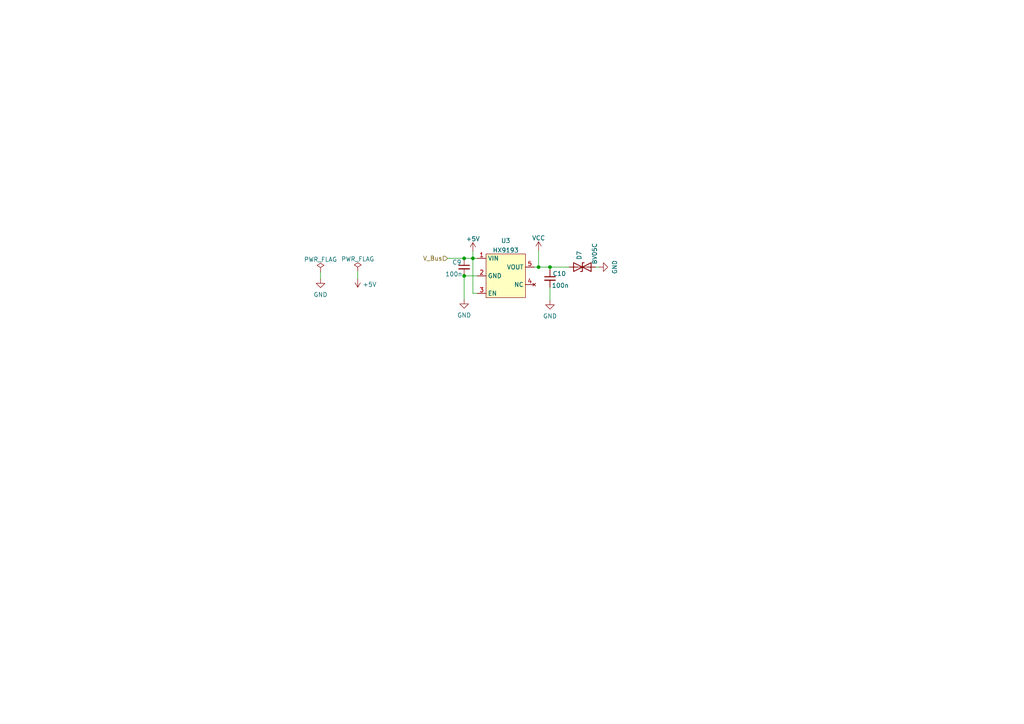
<source format=kicad_sch>
(kicad_sch (version 20230121) (generator eeschema)
  (paper "A4")
  (lib_symbols
    (symbol "Device:C_Small" (pin_numbers hide) (pin_names (offset 0.254) hide)
      (property "Reference" "C" (at 0.254 1.778 0))
      (property "Value" "C_Small" (at 0.254 -2.032 0))
      (symbol "C_Small_0_1"
        (polyline (pts (xy -1.524 -0.508) (xy 1.524 -0.508)) (stroke (width 0.3302)))
        (polyline (pts (xy -1.524 0.508) (xy 1.524 0.508)) (stroke (width 0.3048)))
      )
      (symbol "C_Small_1_1"
        (pin passive line (at 0 2.54 270) (length 2.032) (name "~") (number "1"))
        (pin passive line (at 0 -2.54 90) (length 2.032) (name "~") (number "2"))
      )
    )
    (symbol "Device:D_TVS" (pin_numbers hide) (pin_names (offset 1.016) hide)
      (property "Reference" "D" (at 0 2.54 0))
      (property "Value" "D_TVS" (at 0 -2.54 0))
      (symbol "D_TVS_0_1"
        (polyline (pts (xy 1.27 0) (xy -1.27 0)))
        (polyline (pts (xy 0.508 1.27) (xy 0 1.27) (xy 0 -1.27) (xy -0.508 -1.27)) (stroke (width 0.254)))
        (polyline (pts (xy -2.54 1.27) (xy -2.54 -1.27) (xy 2.54 1.27) (xy 2.54 -1.27) (xy -2.54 1.27)) (stroke (width 0.254)))
      )
      (symbol "D_TVS_1_1"
        (pin passive line (at -3.81 0 0) (length 2.54) (name "A1") (number "1"))
        (pin passive line (at 3.81 0 180) (length 2.54) (name "A2") (number "2"))
      )
    )
    (symbol "MyLib:HX9193"
      (property "Reference" "U" (at -5.08 7.62 0))
      (property "Value" "HX9193" (at 6.35 7.62 0))
      (symbol "HX9193_0_1"
        (rectangle (start -6.35 6.35) (end 5.08 -6.35) (fill (type background)))
      )
      (symbol "HX9193_1_1"
        (pin power_in line (at -8.89 5.08 0) (length 2.54) (name "VIN") (number "1"))
        (pin passive line (at -8.89 0 0) (length 2.54) (name "GND") (number "2"))
        (pin input line (at -8.89 -5.08 0) (length 2.54) (name "EN") (number "3"))
        (pin no_connect line (at 7.62 -2.54 180) (length 2.54) (name "NC") (number "4"))
        (pin power_out line (at 7.62 2.54 180) (length 2.54) (name "VOUT") (number "5"))
      )
    )
    (symbol "power:+5V" (power) (pin_names (offset 0))
      (property "Value" "+5V" (at 0 3.556 0))
      (symbol "+5V_0_1"
        (polyline (pts (xy -0.762 1.27) (xy 0 2.54)))
        (polyline (pts (xy 0 0) (xy 0 2.54)))
        (polyline (pts (xy 0 2.54) (xy 0.762 1.27)))
      )
      (symbol "+5V_1_1"
        (pin power_in line (at 0 0 90) (length 0) hide (name "+5V") (number "1"))
      )
    )
    (symbol "power:GND" (power) (pin_names (offset 0))
      (property "Value" "GND" (at 0 -3.81 0))
      (symbol "GND_0_1"
        (polyline (pts (xy 0 0) (xy 0 -1.27) (xy 1.27 -1.27) (xy 0 -2.54) (xy -1.27 -1.27) (xy 0 -1.27)))
      )
      (symbol "GND_1_1"
        (pin power_in line (at 0 0 270) (length 0) hide (name "GND") (number "1"))
      )
    )
    (symbol "power:PWR_FLAG" (power) (pin_numbers hide) (pin_names (offset 0) hide)
      (property "Value" "PWR_FLAG" (at 0 3.81 0))
      (symbol "PWR_FLAG_0_0"
        (pin power_out line (at 0 0 90) (length 0) (name "pwr") (number "1"))
      )
      (symbol "PWR_FLAG_0_1"
        (polyline (pts (xy 0 0) (xy 0 1.27) (xy -1.016 1.905) (xy 0 2.54) (xy 1.016 1.905) (xy 0 1.27)))
      )
    )
    (symbol "power:VCC" (power) (pin_names (offset 0))
      (property "Value" "VCC" (at 0 3.81 0))
      (symbol "VCC_0_1"
        (polyline (pts (xy -0.762 1.27) (xy 0 2.54)))
        (polyline (pts (xy 0 0) (xy 0 2.54)))
        (polyline (pts (xy 0 2.54) (xy 0.762 1.27)))
      )
      (symbol "VCC_1_1"
        (pin power_in line (at 0 0 90) (length 0) hide (name "VCC") (number "1"))
      )
    )
  )
  (junction (at 134.62 74.93))
  (junction (at 134.62 80.01))
  (junction (at 159.512 77.47))
  (junction (at 137.16 74.93))
  (junction (at 156.21 77.47))
  (wire (pts (xy 129.794 74.93) (xy 134.62 74.93)))
  (wire (pts (xy 138.43 85.09) (xy 137.16 85.09)))
  (wire (pts (xy 137.16 85.09) (xy 137.16 74.93)))
  (wire (pts (xy 156.21 77.47) (xy 159.512 77.47)))
  (wire (pts (xy 103.759 78.74) (xy 103.759 80.772)))
  (wire (pts (xy 134.62 74.93) (xy 137.16 74.93)))
  (wire (pts (xy 159.512 77.47) (xy 159.512 78.232)))
  (wire (pts (xy 156.21 72.644) (xy 156.21 77.47)))
  (wire (pts (xy 138.43 80.01) (xy 134.62 80.01)))
  (wire (pts (xy 172.72 77.47) (xy 173.736 77.47)))
  (wire (pts (xy 92.964 78.867) (xy 92.964 80.899)))
  (wire (pts (xy 137.16 74.93) (xy 138.43 74.93)))
  (wire (pts (xy 156.21 77.47) (xy 154.94 77.47)))
  (wire (pts (xy 134.62 80.01) (xy 134.62 86.868)))
  (wire (pts (xy 159.512 83.312) (xy 159.512 87.122)))
  (wire (pts (xy 137.16 72.898) (xy 137.16 74.93)))
  (wire (pts (xy 159.512 77.47) (xy 165.1 77.47)))
  (hierarchical_label "V_Bus" (shape input) (at 129.794 74.93 180))
  (symbol (lib_id "power:GND") (at 173.736 77.47 90) (unit 1)
    (property "Reference" "#PWR031" (effects hide))
    (property "Value" "GND" (at 178.2985 77.47 0))
    (instances (project "USB2XXX" (path "" (reference "#PWR031") (unit 1)) (path "" (reference "#PWR029") (unit 1))))
  )
  (symbol (lib_id "power:+5V") (at 103.759 80.772 180) (unit 1)
    (property "Reference" "#PWR037" (effects hide))
    (property "Value" "+5V" (at 105.156 82.521 0) (effects (justify right)))
  )
  (symbol (lib_id "power:PWR_FLAG") (at 103.759 78.74 0) (unit 1)
    (property "Reference" "#FLG0102" (effects hide))
    (property "Value" "PWR_FLAG" (at 103.759 75.1355 0))
  )
  (symbol (lib_id "MyLib:HX9193") (at 147.32 80.01 0) (unit 1)
    (property "Reference" "U3" (at 146.685 69.8205 0))
    (property "Value" "HX9193" (at 146.685 72.5956 0))
    (property "Footprint" "Package_TO_SOT_SMD:SOT-23-5_HandSoldering" (effects hide))
    (property "Datasheet" "https://item.szlcsc.com/280543.html" (effects hide))
  )
  (symbol (lib_id "power:GND") (at 92.964 80.899 0) (unit 1)
    (property "Reference" "#PWR038" (effects hide))
    (property "Value" "GND" (at 92.964 85.4615 0))
  )
  (symbol (lib_id "power:PWR_FLAG") (at 92.964 78.867 0) (unit 1)
    (property "Reference" "#FLG0101" (effects hide))
    (property "Value" "PWR_FLAG" (at 92.964 75.2625 0))
  )
  (symbol (lib_id "power:GND") (at 159.512 87.122 0) (unit 1)
    (property "Reference" "#PWR040" (effects hide))
    (property "Value" "GND" (at 159.512 91.6845 0))
  )
  (symbol (lib_id "Device:C_Small") (at 134.62 77.47 0) (unit 1)
    (property "Reference" "C9" (at 133.858 76.073 0) (effects (justify right)))
    (property "Value" "100n" (at 134.112 79.502 0) (effects (justify right)))
    (property "Footprint" "Capacitor_SMD:C_0603_1608Metric" (effects hide))
  )
  (symbol (lib_id "power:VCC") (at 156.21 72.644 0) (unit 1)
    (property "Reference" "#PWR035" (effects hide))
    (property "Value" "VCC" (at 156.21 69.0395 0))
  )
  (symbol (lib_id "Device:C_Small") (at 159.512 80.772 0) (mirror y) (unit 1)
    (property "Reference" "C10" (at 160.274 79.375 0) (effects (justify right)))
    (property "Value" "100n" (at 160.02 82.804 0) (effects (justify right)))
    (property "Footprint" "Capacitor_SMD:C_0603_1608Metric" (effects hide))
  )
  (symbol (lib_id "Device:D_TVS") (at 168.91 77.47 180) (unit 1)
    (property "Reference" "D7" (at 168.0015 75.438 90) (effects (justify right)))
    (property "Value" "BV05C" (at 172.466 76.708 90) (effects (justify right)))
    (property "Footprint" "Diode_SMD:D_SOD-323" (effects hide))
    (instances (project "USB2XXX" (path "" (reference "D7") (unit 1)) (path "" (reference "D12") (unit 1))))
  )
  (symbol (lib_id "power:+5V") (at 137.16 72.898 0) (unit 1)
    (property "Reference" "#PWR036" (effects hide))
    (property "Value" "+5V" (at 137.16 69.2935 0))
  )
  (symbol (lib_id "power:GND") (at 134.62 86.868 0) (unit 1)
    (property "Reference" "#PWR039" (effects hide))
    (property "Value" "GND" (at 134.62 91.4305 0))
  )
)
</source>
